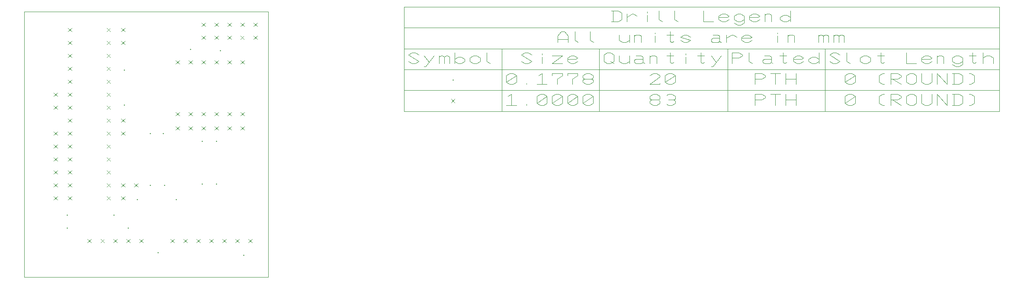
<source format=gbr>
G04 Generated by Ultiboard 13.0 *
%FSLAX34Y34*%
%MOMM*%

%ADD10C,0.0001*%
%ADD11C,0.0100*%
%ADD12C,0.1000*%
%ADD13C,0.0010*%


G04 ColorRGB 000000 for the following layer *
%LNDrill Symbols-Copper Top-Copper Bottom*%
%LPD*%
G54D11*
X294640Y72771D02*
X294640Y74549D01*
X293751Y73660D02*
X295529Y73660D01*
X461391Y68580D02*
X463169Y68580D01*
X462280Y67691D02*
X462280Y69469D01*
X236220Y121031D02*
X236220Y122809D01*
X235331Y121920D02*
X237109Y121920D01*
X115951Y121920D02*
X117729Y121920D01*
X116840Y121031D02*
X116840Y122809D01*
X116840Y146431D02*
X116840Y148209D01*
X115951Y147320D02*
X117729Y147320D01*
X208280Y146431D02*
X208280Y148209D01*
X207391Y147320D02*
X209169Y147320D01*
X254000Y176911D02*
X254000Y178689D01*
X253111Y177800D02*
X254889Y177800D01*
X329311Y177800D02*
X331089Y177800D01*
X330200Y176911D02*
X330200Y178689D01*
X278511Y307340D02*
X280289Y307340D01*
X279400Y306451D02*
X279400Y308229D01*
X279400Y204851D02*
X279400Y206629D01*
X278511Y205740D02*
X280289Y205740D01*
X304800Y306451D02*
X304800Y308229D01*
X303911Y307340D02*
X305689Y307340D01*
X306451Y205740D02*
X308229Y205740D01*
X307340Y204851D02*
X307340Y206629D01*
X380111Y292100D02*
X381889Y292100D01*
X381000Y291211D02*
X381000Y292989D01*
X380111Y208280D02*
X381889Y208280D01*
X381000Y207391D02*
X381000Y209169D01*
X408051Y292100D02*
X409829Y292100D01*
X408940Y291211D02*
X408940Y292989D01*
X408051Y208280D02*
X409829Y208280D01*
X408940Y207391D02*
X408940Y209169D01*
X228600Y362331D02*
X228600Y364109D01*
X227711Y363220D02*
X229489Y363220D01*
X228600Y430911D02*
X228600Y432689D01*
X227711Y431800D02*
X229489Y431800D01*
X416560Y469011D02*
X416560Y470789D01*
X415671Y469900D02*
X417449Y469900D01*
X357251Y472440D02*
X359029Y472440D01*
X358140Y471551D02*
X358140Y473329D01*
X870607Y412426D02*
X872385Y412426D01*
X871496Y411537D02*
X871496Y413315D01*
G54D12*
X258084Y100056D02*
X265156Y92984D01*
X258084Y92984D02*
X265156Y100056D01*
X207284Y100056D02*
X214356Y92984D01*
X207284Y92984D02*
X214356Y100056D01*
X182138Y92984D02*
X189210Y100056D01*
X182138Y100056D02*
X189210Y92984D01*
X232684Y100056D02*
X239756Y92984D01*
X232684Y92984D02*
X239756Y100056D01*
X156484Y92984D02*
X163556Y100056D01*
X156484Y100056D02*
X163556Y92984D01*
X471444Y92984D02*
X478516Y100056D01*
X471444Y100056D02*
X478516Y92984D01*
X446044Y92984D02*
X453116Y100056D01*
X446044Y100056D02*
X453116Y92984D01*
X420644Y92984D02*
X427716Y100056D01*
X420644Y100056D02*
X427716Y92984D01*
X395244Y92984D02*
X402316Y100056D01*
X395244Y100056D02*
X402316Y92984D01*
X369844Y100056D02*
X376916Y92984D01*
X369844Y92984D02*
X376916Y100056D01*
X344444Y92984D02*
X351516Y100056D01*
X344444Y100056D02*
X351516Y92984D01*
X319044Y100056D02*
X326116Y92984D01*
X319044Y92984D02*
X326116Y100056D01*
X90444Y183876D02*
X97516Y176804D01*
X90444Y176804D02*
X97516Y183876D01*
X90444Y202204D02*
X97516Y209276D01*
X90444Y209276D02*
X97516Y202204D01*
X90444Y227604D02*
X97516Y234676D01*
X90444Y234676D02*
X97516Y227604D01*
X90444Y253004D02*
X97516Y260076D01*
X90444Y260076D02*
X97516Y253004D01*
X90444Y285476D02*
X97516Y278404D01*
X90444Y278404D02*
X97516Y285476D01*
X90444Y310876D02*
X97516Y303804D01*
X90444Y303804D02*
X97516Y310876D01*
X118484Y514076D02*
X125556Y507004D01*
X118484Y507004D02*
X125556Y514076D01*
X118484Y488676D02*
X125556Y481604D01*
X118484Y481604D02*
X125556Y488676D01*
X118484Y456204D02*
X125556Y463276D01*
X118484Y463276D02*
X125556Y456204D01*
X118484Y430804D02*
X125556Y437876D01*
X118484Y437876D02*
X125556Y430804D01*
X118484Y412476D02*
X125556Y405404D01*
X118484Y405404D02*
X125556Y412476D01*
X118484Y387076D02*
X125556Y380004D01*
X118484Y380004D02*
X125556Y387076D01*
X118484Y361676D02*
X125556Y354604D01*
X118484Y354604D02*
X125556Y361676D01*
X118484Y336276D02*
X125556Y329204D01*
X118484Y329204D02*
X125556Y336276D01*
X118484Y303804D02*
X125556Y310876D01*
X118484Y310876D02*
X125556Y303804D01*
X118484Y278404D02*
X125556Y285476D01*
X118484Y285476D02*
X125556Y278404D01*
X118484Y260076D02*
X125556Y253004D01*
X118484Y253004D02*
X125556Y260076D01*
X118484Y227604D02*
X125556Y234676D01*
X118484Y234676D02*
X125556Y227604D01*
X118484Y202204D02*
X125556Y209276D01*
X118484Y209276D02*
X125556Y202204D01*
X118484Y183876D02*
X125556Y176804D01*
X118484Y176804D02*
X125556Y183876D01*
X194484Y507004D02*
X201556Y514076D01*
X194484Y514076D02*
X201556Y507004D01*
X194484Y481604D02*
X201556Y488676D01*
X194484Y488676D02*
X201556Y481604D01*
X194484Y456204D02*
X201556Y463276D01*
X194484Y463276D02*
X201556Y456204D01*
X194484Y430804D02*
X201556Y437876D01*
X194484Y437876D02*
X201556Y430804D01*
X194484Y405404D02*
X201556Y412476D01*
X194484Y412476D02*
X201556Y405404D01*
X194484Y380004D02*
X201556Y387076D01*
X194484Y387076D02*
X201556Y380004D01*
X194484Y354604D02*
X201556Y361676D01*
X194484Y361676D02*
X201556Y354604D01*
X194484Y336276D02*
X201556Y329204D01*
X194484Y329204D02*
X201556Y336276D01*
X194484Y303804D02*
X201556Y310876D01*
X194484Y310876D02*
X201556Y303804D01*
X194484Y285476D02*
X201556Y278404D01*
X194484Y278404D02*
X201556Y285476D01*
X194484Y260076D02*
X201556Y253004D01*
X194484Y253004D02*
X201556Y260076D01*
X194484Y234676D02*
X201556Y227604D01*
X194484Y227604D02*
X201556Y234676D01*
X194484Y209276D02*
X201556Y202204D01*
X194484Y202204D02*
X201556Y209276D01*
X194484Y183876D02*
X201556Y176804D01*
X194484Y176804D02*
X201556Y183876D01*
X222524Y183876D02*
X229596Y176804D01*
X222524Y176804D02*
X229596Y183876D01*
X222524Y209276D02*
X229596Y202204D01*
X222524Y202204D02*
X229596Y209276D01*
X247924Y202204D02*
X254996Y209276D01*
X247924Y209276D02*
X254996Y202204D01*
X222524Y336276D02*
X229596Y329204D01*
X222524Y329204D02*
X229596Y336276D01*
X222524Y310876D02*
X229596Y303804D01*
X222524Y303804D02*
X229596Y310876D01*
X405404Y348976D02*
X412476Y341904D01*
X405404Y341904D02*
X412476Y348976D01*
X405404Y450576D02*
X412476Y443504D01*
X405404Y443504D02*
X412476Y450576D01*
X456204Y450576D02*
X463276Y443504D01*
X456204Y443504D02*
X463276Y450576D01*
X430804Y443504D02*
X437876Y450576D01*
X430804Y450576D02*
X437876Y443504D01*
X354604Y443504D02*
X361676Y450576D01*
X354604Y450576D02*
X361676Y443504D01*
X354604Y341904D02*
X361676Y348976D01*
X354604Y348976D02*
X361676Y341904D01*
X430804Y348976D02*
X437876Y341904D01*
X430804Y341904D02*
X437876Y348976D01*
X456204Y348976D02*
X463276Y341904D01*
X456204Y341904D02*
X463276Y348976D01*
X380004Y450576D02*
X387076Y443504D01*
X380004Y443504D02*
X387076Y450576D01*
X380004Y348976D02*
X387076Y341904D01*
X380004Y341904D02*
X387076Y348976D01*
X329204Y443504D02*
X336276Y450576D01*
X329204Y450576D02*
X336276Y443504D01*
X329204Y341904D02*
X336276Y348976D01*
X329204Y348976D02*
X336276Y341904D01*
X430804Y313964D02*
X437876Y321036D01*
X430804Y321036D02*
X437876Y313964D01*
X329204Y321036D02*
X336276Y313964D01*
X329204Y313964D02*
X336276Y321036D01*
X354604Y313964D02*
X361676Y321036D01*
X354604Y321036D02*
X361676Y313964D01*
X380004Y313964D02*
X387076Y321036D01*
X380004Y321036D02*
X387076Y313964D01*
X456204Y321036D02*
X463276Y313964D01*
X456204Y313964D02*
X463276Y321036D01*
X405404Y321036D02*
X412476Y313964D01*
X405404Y313964D02*
X412476Y321036D01*
X90444Y354604D02*
X97516Y361676D01*
X90444Y361676D02*
X97516Y354604D01*
X90444Y387076D02*
X97516Y380004D01*
X90444Y380004D02*
X97516Y387076D01*
X222524Y514076D02*
X229596Y507004D01*
X222524Y507004D02*
X229596Y514076D01*
X222524Y481604D02*
X229596Y488676D01*
X222524Y488676D02*
X229596Y481604D01*
X380004Y491764D02*
X387076Y498836D01*
X380004Y498836D02*
X387076Y491764D01*
X455950Y498836D02*
X463022Y491764D01*
X455950Y491764D02*
X463022Y498836D01*
X430804Y491764D02*
X437876Y498836D01*
X430804Y498836D02*
X437876Y491764D01*
X405404Y498836D02*
X412476Y491764D01*
X405404Y491764D02*
X412476Y498836D01*
X481604Y491764D02*
X488676Y498836D01*
X481604Y498836D02*
X488676Y491764D01*
X456204Y517164D02*
X463276Y524236D01*
X456204Y524236D02*
X463276Y517164D01*
X380004Y517164D02*
X387076Y524236D01*
X380004Y524236D02*
X387076Y517164D01*
X405404Y517164D02*
X412476Y524236D01*
X405404Y524236D02*
X412476Y517164D01*
X430804Y517164D02*
X437876Y524236D01*
X430804Y524236D02*
X437876Y517164D01*
X481604Y517164D02*
X488676Y524236D01*
X481604Y524236D02*
X488676Y517164D01*
X867960Y374962D02*
X875032Y367890D01*
X867960Y367890D02*
X875032Y374962D01*
X975829Y420997D02*
X982496Y425283D01*
X989163Y425283D01*
X995829Y420997D01*
X995829Y408140D01*
X989163Y403855D01*
X982496Y403855D01*
X975829Y408140D01*
X975829Y420997D01*
X995829Y420997D02*
X975829Y408140D01*
X1015829Y403855D02*
X1015829Y405997D01*
X1039163Y420997D02*
X1045829Y425283D01*
X1045829Y403855D01*
X1035829Y403855D02*
X1055829Y403855D01*
X1075829Y403855D02*
X1075829Y414569D01*
X1085829Y420997D01*
X1085829Y425283D01*
X1065829Y425283D01*
X1065829Y420997D01*
X1105829Y403855D02*
X1105829Y414569D01*
X1115829Y420997D01*
X1115829Y425283D01*
X1095829Y425283D01*
X1095829Y420997D01*
X1139163Y403855D02*
X1132496Y403855D01*
X1125829Y408140D01*
X1125829Y412426D01*
X1129163Y414569D01*
X1125829Y416712D01*
X1125829Y420997D01*
X1132496Y425283D01*
X1139163Y425283D01*
X1145829Y420997D01*
X1145829Y416712D01*
X1142496Y414569D01*
X1145829Y412426D01*
X1145829Y408140D01*
X1139163Y403855D01*
X1129163Y414569D02*
X1142496Y414569D01*
X1256829Y420997D02*
X1263496Y425283D01*
X1270163Y425283D01*
X1276829Y420997D01*
X1276829Y418855D01*
X1256829Y403855D01*
X1276829Y403855D01*
X1276829Y405997D01*
X1286829Y420997D02*
X1293496Y425283D01*
X1300163Y425283D01*
X1306829Y420997D01*
X1306829Y408140D01*
X1300163Y403855D01*
X1293496Y403855D01*
X1286829Y408140D01*
X1286829Y420997D01*
X1306829Y420997D02*
X1286829Y408140D01*
X1462829Y403855D02*
X1462829Y425283D01*
X1476163Y425283D01*
X1482829Y420997D01*
X1482829Y418855D01*
X1476163Y414569D01*
X1462829Y414569D01*
X1502829Y403855D02*
X1502829Y425283D01*
X1492829Y425283D02*
X1512829Y425283D01*
X1522829Y403855D02*
X1522829Y425283D01*
X1542829Y403855D02*
X1542829Y425283D01*
X1522829Y414569D02*
X1542829Y414569D01*
X1638829Y379997D02*
X1645496Y384283D01*
X1652163Y384283D01*
X1658829Y379997D01*
X1658829Y367140D01*
X1652163Y362855D01*
X1645496Y362855D01*
X1638829Y367140D01*
X1638829Y379997D01*
X1658829Y379997D02*
X1638829Y367140D01*
X1715496Y362855D02*
X1712163Y362855D01*
X1705496Y367140D01*
X1705496Y379997D01*
X1712163Y384283D01*
X1715496Y384283D01*
X1728829Y362855D02*
X1728829Y384283D01*
X1742163Y384283D01*
X1748829Y379997D01*
X1748829Y377855D01*
X1742163Y373569D01*
X1728829Y373569D01*
X1732163Y373569D02*
X1748829Y362855D01*
X1758829Y367140D02*
X1765496Y362855D01*
X1772163Y362855D01*
X1778829Y367140D01*
X1778829Y379997D01*
X1772163Y384283D01*
X1765496Y384283D01*
X1758829Y379997D01*
X1758829Y367140D01*
X1788829Y384283D02*
X1788829Y367140D01*
X1795496Y362855D01*
X1802163Y362855D01*
X1808829Y367140D01*
X1808829Y384283D01*
X1818829Y362855D02*
X1818829Y384283D01*
X1838829Y362855D01*
X1838829Y384283D01*
X1848829Y362855D02*
X1862163Y362855D01*
X1868829Y367140D01*
X1868829Y379997D01*
X1862163Y384283D01*
X1848829Y384283D01*
X1852163Y384283D02*
X1852163Y362855D01*
X1882163Y384283D02*
X1885496Y384283D01*
X1892163Y379997D01*
X1892163Y367140D01*
X1885496Y362855D01*
X1882163Y362855D01*
X1462829Y362855D02*
X1462829Y384283D01*
X1476163Y384283D01*
X1482829Y379997D01*
X1482829Y377855D01*
X1476163Y373569D01*
X1462829Y373569D01*
X1502829Y362855D02*
X1502829Y384283D01*
X1492829Y384283D02*
X1512829Y384283D01*
X1522829Y362855D02*
X1522829Y384283D01*
X1542829Y362855D02*
X1542829Y384283D01*
X1522829Y373569D02*
X1542829Y373569D01*
X979163Y379997D02*
X985829Y384283D01*
X985829Y362855D01*
X975829Y362855D02*
X995829Y362855D01*
X1015829Y362855D02*
X1015829Y364997D01*
X1035829Y379997D02*
X1042496Y384283D01*
X1049163Y384283D01*
X1055829Y379997D01*
X1055829Y367140D01*
X1049163Y362855D01*
X1042496Y362855D01*
X1035829Y367140D01*
X1035829Y379997D01*
X1055829Y379997D02*
X1035829Y367140D01*
X1065829Y379997D02*
X1072496Y384283D01*
X1079163Y384283D01*
X1085829Y379997D01*
X1085829Y367140D01*
X1079163Y362855D01*
X1072496Y362855D01*
X1065829Y367140D01*
X1065829Y379997D01*
X1085829Y379997D02*
X1065829Y367140D01*
X1095829Y379997D02*
X1102496Y384283D01*
X1109163Y384283D01*
X1115829Y379997D01*
X1115829Y367140D01*
X1109163Y362855D01*
X1102496Y362855D01*
X1095829Y367140D01*
X1095829Y379997D01*
X1115829Y379997D02*
X1095829Y367140D01*
X1125829Y379997D02*
X1132496Y384283D01*
X1139163Y384283D01*
X1145829Y379997D01*
X1145829Y367140D01*
X1139163Y362855D01*
X1132496Y362855D01*
X1125829Y367140D01*
X1125829Y379997D01*
X1145829Y379997D02*
X1125829Y367140D01*
X1638829Y420997D02*
X1645496Y425283D01*
X1652163Y425283D01*
X1658829Y420997D01*
X1658829Y408140D01*
X1652163Y403855D01*
X1645496Y403855D01*
X1638829Y408140D01*
X1638829Y420997D01*
X1658829Y420997D02*
X1638829Y408140D01*
X1715496Y403855D02*
X1712163Y403855D01*
X1705496Y408140D01*
X1705496Y420997D01*
X1712163Y425283D01*
X1715496Y425283D01*
X1728829Y403855D02*
X1728829Y425283D01*
X1742163Y425283D01*
X1748829Y420997D01*
X1748829Y418855D01*
X1742163Y414569D01*
X1728829Y414569D01*
X1732163Y414569D02*
X1748829Y403855D01*
X1758829Y408140D02*
X1765496Y403855D01*
X1772163Y403855D01*
X1778829Y408140D01*
X1778829Y420997D01*
X1772163Y425283D01*
X1765496Y425283D01*
X1758829Y420997D01*
X1758829Y408140D01*
X1788829Y425283D02*
X1788829Y408140D01*
X1795496Y403855D01*
X1802163Y403855D01*
X1808829Y408140D01*
X1808829Y425283D01*
X1818829Y403855D02*
X1818829Y425283D01*
X1838829Y403855D01*
X1838829Y425283D01*
X1848829Y403855D02*
X1862163Y403855D01*
X1868829Y408140D01*
X1868829Y420997D01*
X1862163Y425283D01*
X1848829Y425283D01*
X1852163Y425283D02*
X1852163Y403855D01*
X1882163Y425283D02*
X1885496Y425283D01*
X1892163Y420997D01*
X1892163Y408140D01*
X1885496Y403855D01*
X1882163Y403855D01*
X1270163Y362855D02*
X1263496Y362855D01*
X1256829Y367140D01*
X1256829Y371426D01*
X1260163Y373569D01*
X1256829Y375712D01*
X1256829Y379997D01*
X1263496Y384283D01*
X1270163Y384283D01*
X1276829Y379997D01*
X1276829Y375712D01*
X1273496Y373569D01*
X1276829Y371426D01*
X1276829Y367140D01*
X1270163Y362855D01*
X1260163Y373569D02*
X1273496Y373569D01*
X1290163Y382140D02*
X1293496Y384283D01*
X1300163Y384283D01*
X1306829Y379997D01*
X1306829Y375712D01*
X1303496Y373569D01*
X1306829Y371426D01*
X1306829Y367140D01*
X1300163Y362855D01*
X1293496Y362855D01*
X1290163Y364997D01*
X1293496Y373569D02*
X1303496Y373569D01*
G04 ColorRGB 00FFFF for the following layer *
%LNBoard Outline*%
%LPD*%
G54D10*
G54D13*
X32993Y25400D02*
X510567Y25400D01*
X510567Y546100D01*
X32993Y546100D01*
X32993Y25400D01*
G04 ColorRGB 66FFCC for the following layer *
%LNLegend Description*%
%LPD*%
G54D12*
X775996Y350926D02*
X1940996Y350926D01*
X1940996Y555926D01*
X775996Y555926D01*
X775996Y350926D01*
X966996Y473926D02*
X966996Y350926D01*
X1157996Y473926D02*
X1157996Y350926D01*
X1408996Y473926D02*
X1408996Y350926D01*
X1599996Y473926D02*
X1599996Y350926D01*
X1940996Y473926D02*
X1940996Y350926D01*
X775996Y391926D02*
X1940996Y391926D01*
X775996Y432926D02*
X1940996Y432926D01*
X784829Y449140D02*
X791496Y444855D01*
X798163Y444855D01*
X804829Y449140D01*
X784829Y461997D01*
X791496Y466283D01*
X798163Y466283D01*
X804829Y461997D01*
X814829Y438426D02*
X818163Y438426D01*
X834829Y459855D01*
X814829Y459855D02*
X824829Y446997D01*
X844829Y444855D02*
X844829Y457712D01*
X844829Y459855D01*
X844829Y457712D02*
X848163Y459855D01*
X851496Y459855D01*
X854829Y457712D01*
X858163Y459855D01*
X861496Y459855D01*
X864829Y457712D01*
X864829Y444855D01*
X854829Y457712D02*
X854829Y444855D01*
X874829Y449140D02*
X881496Y444855D01*
X888163Y444855D01*
X894829Y449140D01*
X894829Y453426D01*
X888163Y457712D01*
X881496Y457712D01*
X874829Y453426D01*
X874829Y466283D02*
X874829Y444855D01*
X904829Y449140D02*
X911496Y444855D01*
X918163Y444855D01*
X924829Y449140D01*
X924829Y455569D01*
X918163Y459855D01*
X911496Y459855D01*
X904829Y455569D01*
X904829Y449140D01*
X938163Y466283D02*
X938163Y449140D01*
X944829Y444855D01*
X1005829Y449140D02*
X1012496Y444855D01*
X1019163Y444855D01*
X1025829Y449140D01*
X1005829Y461997D01*
X1012496Y466283D01*
X1019163Y466283D01*
X1025829Y461997D01*
X1045829Y444855D02*
X1045829Y457712D01*
X1045829Y461997D02*
X1045829Y464140D01*
X1065829Y459855D02*
X1085829Y459855D01*
X1065829Y444855D01*
X1085829Y444855D01*
X1115829Y449140D02*
X1109163Y444855D01*
X1102496Y444855D01*
X1095829Y449140D01*
X1095829Y455569D01*
X1102496Y459855D01*
X1109163Y459855D01*
X1115829Y455569D01*
X1112496Y453426D01*
X1095829Y453426D01*
X1166829Y449140D02*
X1173496Y444855D01*
X1180163Y444855D01*
X1186829Y449140D01*
X1186829Y461997D01*
X1180163Y466283D01*
X1173496Y466283D01*
X1166829Y461997D01*
X1166829Y449140D01*
X1180163Y449140D02*
X1186829Y444855D01*
X1196829Y459855D02*
X1196829Y449140D01*
X1203496Y444855D01*
X1210163Y444855D01*
X1216829Y449140D01*
X1216829Y459855D01*
X1216829Y449140D02*
X1216829Y444855D01*
X1230163Y459855D02*
X1240163Y459855D01*
X1243496Y457712D01*
X1243496Y446997D01*
X1240163Y444855D01*
X1230163Y444855D01*
X1226829Y446997D01*
X1226829Y451283D01*
X1230163Y453426D01*
X1243496Y453426D01*
X1243496Y446997D02*
X1246829Y444855D01*
X1256829Y444855D02*
X1256829Y457712D01*
X1256829Y459855D01*
X1256829Y457712D02*
X1260163Y459855D01*
X1266829Y459855D01*
X1270163Y457712D01*
X1270163Y444855D01*
X1303496Y446997D02*
X1300163Y444855D01*
X1296829Y446997D01*
X1296829Y466283D01*
X1290163Y459855D02*
X1303496Y459855D01*
X1326829Y444855D02*
X1326829Y457712D01*
X1326829Y461997D02*
X1326829Y464140D01*
X1363496Y446997D02*
X1360163Y444855D01*
X1356829Y446997D01*
X1356829Y466283D01*
X1350163Y459855D02*
X1363496Y459855D01*
X1376829Y438426D02*
X1380163Y438426D01*
X1396829Y459855D01*
X1376829Y459855D02*
X1386829Y446997D01*
X1417829Y444855D02*
X1417829Y466283D01*
X1431163Y466283D01*
X1437829Y461997D01*
X1437829Y459855D01*
X1431163Y455569D01*
X1417829Y455569D01*
X1451163Y466283D02*
X1451163Y449140D01*
X1457829Y444855D01*
X1481163Y459855D02*
X1491163Y459855D01*
X1494496Y457712D01*
X1494496Y446997D01*
X1491163Y444855D01*
X1481163Y444855D01*
X1477829Y446997D01*
X1477829Y451283D01*
X1481163Y453426D01*
X1494496Y453426D01*
X1494496Y446997D02*
X1497829Y444855D01*
X1524496Y446997D02*
X1521163Y444855D01*
X1517829Y446997D01*
X1517829Y466283D01*
X1511163Y459855D02*
X1524496Y459855D01*
X1557829Y449140D02*
X1551163Y444855D01*
X1544496Y444855D01*
X1537829Y449140D01*
X1537829Y455569D01*
X1544496Y459855D01*
X1551163Y459855D01*
X1557829Y455569D01*
X1554496Y453426D01*
X1537829Y453426D01*
X1587829Y449140D02*
X1581163Y444855D01*
X1574496Y444855D01*
X1567829Y449140D01*
X1567829Y453426D01*
X1574496Y457712D01*
X1581163Y457712D01*
X1587829Y453426D01*
X1587829Y466283D02*
X1587829Y444855D01*
X1608829Y449140D02*
X1615496Y444855D01*
X1622163Y444855D01*
X1628829Y449140D01*
X1608829Y461997D01*
X1615496Y466283D01*
X1622163Y466283D01*
X1628829Y461997D01*
X1642163Y466283D02*
X1642163Y449140D01*
X1648829Y444855D01*
X1668829Y449140D02*
X1675496Y444855D01*
X1682163Y444855D01*
X1688829Y449140D01*
X1688829Y455569D01*
X1682163Y459855D01*
X1675496Y459855D01*
X1668829Y455569D01*
X1668829Y449140D01*
X1715496Y446997D02*
X1712163Y444855D01*
X1708829Y446997D01*
X1708829Y466283D01*
X1702163Y459855D02*
X1715496Y459855D01*
X1758829Y466283D02*
X1758829Y444855D01*
X1778829Y444855D01*
X1808829Y449140D02*
X1802163Y444855D01*
X1795496Y444855D01*
X1788829Y449140D01*
X1788829Y455569D01*
X1795496Y459855D01*
X1802163Y459855D01*
X1808829Y455569D01*
X1805496Y453426D01*
X1788829Y453426D01*
X1818829Y444855D02*
X1818829Y457712D01*
X1818829Y459855D01*
X1818829Y457712D02*
X1822163Y459855D01*
X1828829Y459855D01*
X1832163Y457712D01*
X1832163Y444855D01*
X1848829Y442712D02*
X1855496Y438426D01*
X1862163Y438426D01*
X1868829Y442712D01*
X1868829Y449140D01*
X1868829Y455569D01*
X1862163Y459855D01*
X1855496Y459855D01*
X1848829Y455569D01*
X1848829Y449140D01*
X1855496Y444855D01*
X1862163Y444855D01*
X1868829Y449140D01*
X1895496Y446997D02*
X1892163Y444855D01*
X1888829Y446997D01*
X1888829Y466283D01*
X1882163Y459855D02*
X1895496Y459855D01*
X1908829Y455569D02*
X1915496Y459855D01*
X1922163Y459855D01*
X1928829Y455569D01*
X1928829Y444855D01*
X1908829Y466283D02*
X1908829Y444855D01*
X775996Y473926D02*
X1940996Y473926D01*
X1076829Y485855D02*
X1076829Y498712D01*
X1083496Y507283D01*
X1090163Y507283D01*
X1096829Y498712D01*
X1096829Y485855D01*
X1076829Y492283D02*
X1096829Y492283D01*
X1110163Y507283D02*
X1110163Y490140D01*
X1116829Y485855D01*
X1140163Y507283D02*
X1140163Y490140D01*
X1146829Y485855D01*
X1196829Y500855D02*
X1196829Y490140D01*
X1203496Y485855D01*
X1210163Y485855D01*
X1216829Y490140D01*
X1216829Y500855D01*
X1216829Y490140D02*
X1216829Y485855D01*
X1226829Y485855D02*
X1226829Y498712D01*
X1226829Y500855D01*
X1226829Y498712D02*
X1230163Y500855D01*
X1236829Y500855D01*
X1240163Y498712D01*
X1240163Y485855D01*
X1266829Y485855D02*
X1266829Y498712D01*
X1266829Y502997D02*
X1266829Y505140D01*
X1303496Y487997D02*
X1300163Y485855D01*
X1296829Y487997D01*
X1296829Y507283D01*
X1290163Y500855D02*
X1303496Y500855D01*
X1316829Y490140D02*
X1323496Y485855D01*
X1330163Y485855D01*
X1336829Y490140D01*
X1316829Y496569D01*
X1323496Y500855D01*
X1330163Y500855D01*
X1336829Y496569D01*
X1380163Y500855D02*
X1390163Y500855D01*
X1393496Y498712D01*
X1393496Y487997D01*
X1390163Y485855D01*
X1380163Y485855D01*
X1376829Y487997D01*
X1376829Y492283D01*
X1380163Y494426D01*
X1393496Y494426D01*
X1393496Y487997D02*
X1396829Y485855D01*
X1406829Y494426D02*
X1416829Y500855D01*
X1420163Y500855D01*
X1426829Y496569D01*
X1406829Y485855D02*
X1406829Y500855D01*
X1456829Y490140D02*
X1450163Y485855D01*
X1443496Y485855D01*
X1436829Y490140D01*
X1436829Y496569D01*
X1443496Y500855D01*
X1450163Y500855D01*
X1456829Y496569D01*
X1453496Y494426D01*
X1436829Y494426D01*
X1506829Y485855D02*
X1506829Y498712D01*
X1506829Y502997D02*
X1506829Y505140D01*
X1526829Y485855D02*
X1526829Y498712D01*
X1526829Y500855D01*
X1526829Y498712D02*
X1530163Y500855D01*
X1536829Y500855D01*
X1540163Y498712D01*
X1540163Y485855D01*
X1586829Y485855D02*
X1586829Y498712D01*
X1586829Y500855D01*
X1586829Y498712D02*
X1590163Y500855D01*
X1593496Y500855D01*
X1596829Y498712D01*
X1600163Y500855D01*
X1603496Y500855D01*
X1606829Y498712D01*
X1606829Y485855D01*
X1596829Y498712D02*
X1596829Y485855D01*
X1616829Y485855D02*
X1616829Y498712D01*
X1616829Y500855D01*
X1616829Y498712D02*
X1620163Y500855D01*
X1623496Y500855D01*
X1626829Y498712D01*
X1630163Y500855D01*
X1633496Y500855D01*
X1636829Y498712D01*
X1636829Y485855D01*
X1626829Y498712D02*
X1626829Y485855D01*
X775996Y514926D02*
X1940996Y514926D01*
X1181829Y526855D02*
X1195163Y526855D01*
X1201829Y531140D01*
X1201829Y543997D01*
X1195163Y548283D01*
X1181829Y548283D01*
X1185163Y548283D02*
X1185163Y526855D01*
X1211829Y535426D02*
X1221829Y541855D01*
X1225163Y541855D01*
X1231829Y537569D01*
X1211829Y526855D02*
X1211829Y541855D01*
X1251829Y526855D02*
X1251829Y539712D01*
X1251829Y543997D02*
X1251829Y546140D01*
X1275163Y548283D02*
X1275163Y531140D01*
X1281829Y526855D01*
X1305163Y548283D02*
X1305163Y531140D01*
X1311829Y526855D01*
X1361829Y548283D02*
X1361829Y526855D01*
X1381829Y526855D01*
X1411829Y531140D02*
X1405163Y526855D01*
X1398496Y526855D01*
X1391829Y531140D01*
X1391829Y537569D01*
X1398496Y541855D01*
X1405163Y541855D01*
X1411829Y537569D01*
X1408496Y535426D01*
X1391829Y535426D01*
X1421829Y524712D02*
X1428496Y520426D01*
X1435163Y520426D01*
X1441829Y524712D01*
X1441829Y531140D01*
X1441829Y537569D01*
X1435163Y541855D01*
X1428496Y541855D01*
X1421829Y537569D01*
X1421829Y531140D01*
X1428496Y526855D01*
X1435163Y526855D01*
X1441829Y531140D01*
X1471829Y531140D02*
X1465163Y526855D01*
X1458496Y526855D01*
X1451829Y531140D01*
X1451829Y537569D01*
X1458496Y541855D01*
X1465163Y541855D01*
X1471829Y537569D01*
X1468496Y535426D01*
X1451829Y535426D01*
X1481829Y526855D02*
X1481829Y539712D01*
X1481829Y541855D01*
X1481829Y539712D02*
X1485163Y541855D01*
X1491829Y541855D01*
X1495163Y539712D01*
X1495163Y526855D01*
X1531829Y531140D02*
X1525163Y526855D01*
X1518496Y526855D01*
X1511829Y531140D01*
X1511829Y535426D01*
X1518496Y539712D01*
X1525163Y539712D01*
X1531829Y535426D01*
X1531829Y548283D02*
X1531829Y526855D01*

M02*

</source>
